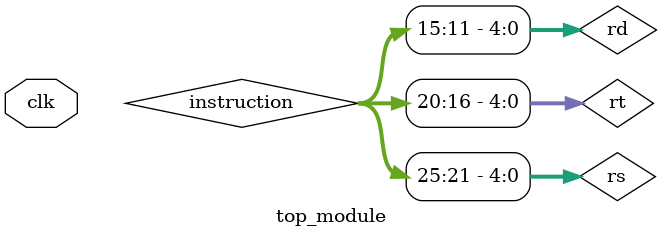
<source format=v>
module top_module(
    input wire clk
);

    // === Wires and Registers ===
    // Program Counter
    wire [31:0] pc_out, next_pc;

    // Instruction Fetch
    wire [31:0] instruction;

    // Control signals
    wire        RegDst, RegWrite, FPRegWrite;
    wire        MemRead, MemWrite, MemtoReg;
    wire        Jump, Jal, Jr, Branch, Bne;
    wire [3:0]  ALU1_ctrl;
    wire [2:0]  ALU2_ctrl;

    // Register file connections
    wire [4:0]  rs = instruction[25:21];
    wire [4:0]  rt = instruction[20:16];
    wire [4:0]  rd = instruction[15:11];
    wire [4:0]  wr_reg = (RegDst) ? rd : rt;
    wire [31:0] reg_rd1, reg_rd2;
    wire [31:0] write_data;

    // ALU1
    wire        ALUSrc = MemRead | MemWrite;
    wire        zero;
    wire [31:0] ALU1_result;

    // Data Memory
    wire [31:0] data_mem_out;

    // Floating-point data
    wire [31:0] flt_rd1, flt_rd2;
    wire [31:0] ALU2_result;
    wire        cmp_result;

    // === Module Instantiations ===

    // Program Counter
    PC pc_inst(
        .clk(clk),
        .nextPC(next_pc),
        .out(pc_out)
    );

    // Instruction Memory (read-only)
    memory_wrapper instr_mem(
        .a(pc_out[11:2]),
        .d(32'b0),
        .dpra(pc_out[11:2]),
        .clk(clk),
        .we(1'b0),
        .dpo(instruction)
    );

    // Control Unit
    control cu(
        .functcode(instruction[5:0]),
        .ALU1_control(ALU1_ctrl),
        .ALU2_control(ALU2_ctrl),
        .RegDst(RegDst),
        .RegWrite(RegWrite),
        .FPRegWrite(FPRegWrite),
        .MemRead(MemRead),
        .MemWrite(MemWrite),
        .MemtoReg(MemtoReg),
        .Jump(Jump),
        .Jal(Jal),
        .Jr(Jr),
        .Branch(Branch),
        .Bne(Bne)
    );

    // Integer Register File
    Register rf(
        .clk(clk),
        .reg_dst(RegDst),
        .rd_reg1(rs),
        .rd_reg2(rt),
        .wr_reg(wr_reg),
        .wr_dt(write_data),
        .reg_wr(RegWrite),
        .rd_dt1(reg_rd1),
        .rd_dt2(reg_rd2)
    );

    // Integer ALU
    ALU1 alu1(
        .clk(clk),
        .ALU_control(ALU1_ctrl),
        .data1(reg_rd1),
        .read2(reg_rd2),
        .immediate(instruction[15:0]),
        .ALUSrc(ALUSrc),
        .zero(zero),
        .ALU_result(ALU1_result)
    );

    // Data Memory (load/store)
    memory_wrapper data_mem(
        .a(ALU1_result[9:0]),
        .d(reg_rd2),
        .dpra(ALU1_result[9:0]),
        .clk(clk),
        .we(MemWrite),
        .dpo(data_mem_out)
    );

    // Write-back Mux for integer register
    assign write_data = (MemtoReg) ? data_mem_out : ALU1_result;

    // Floating-Point Register File
    floating_registers frf(
        .clk(clk),
        .flt_rd_reg1(rs),
        .flt_rd_reg2(rt),
        .flt_wr_reg(rd),
        .wr_dt(ALU2_result),
        .flt_reg_wr(FPRegWrite),
        .rd_dt1(flt_rd1),
        .rd_dt2(flt_rd2)
    );

    // Floating-Point ALU
    ALU2 fpu(
        .ALUcontrol(ALU2_ctrl),
        .data1(flt_rd1),
        .data2(flt_rd2),
        .ALU_result(ALU2_result),
        .cmp_result(cmp_result)
    );

    // PC Update Logic
    update_pc pc_upd(
        .old(pc_out),
        .instruction(instruction),
        .Jump(Jump),
        .Jal(Jal),
        .Jr(Jr),
        .Branch(Branch),
        .Bne(Bne),
        .zero(zero),
        .rs_value(reg_rd1),
        .next(next_pc)
    );

endmodule

</source>
